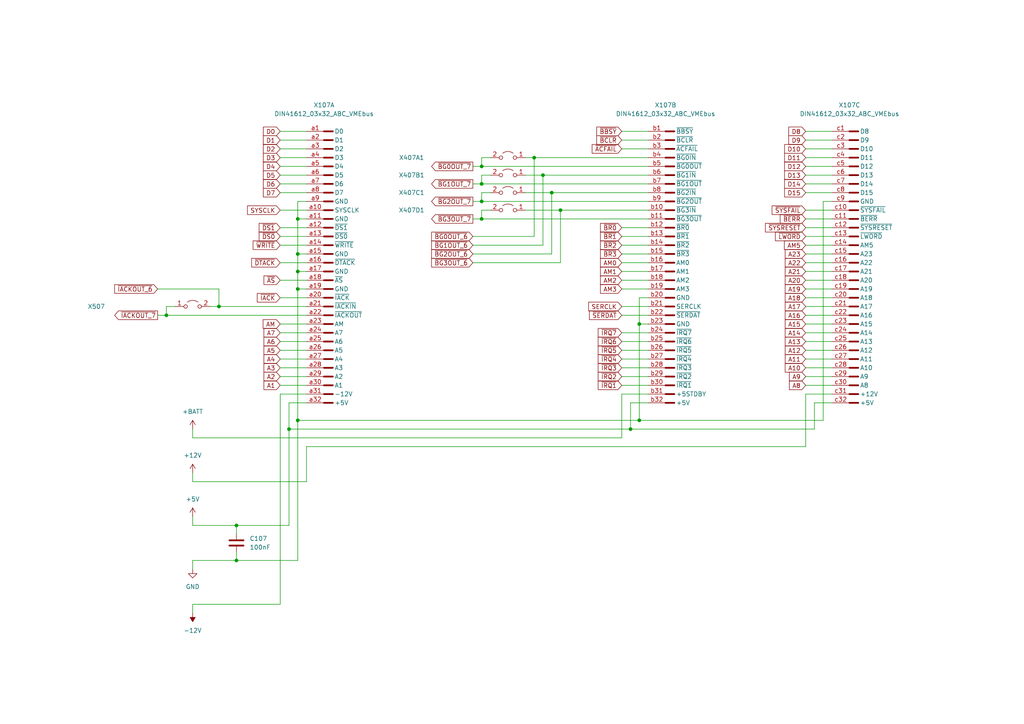
<source format=kicad_sch>
(kicad_sch (version 20211123) (generator eeschema)
  (paper "A4")
  (title_block (title "SLOT 2") (date "2024-01-04") (rev "1") (company "TOM STOREY") (comment 1 "FREE FOR NON-COMMERCIAL USE"))
  (lib_symbols
    (symbol "COMET symbols:C" (pin_numbers hide) (pin_names hide)
      (property "Reference" "C" (at 0 0 0))
      (property "Value" "C" (at 0 0 0))
      (symbol "C_0_1"
        (polyline (pts (xy -2.032 -0.762) (xy 2.032 -0.762)) (stroke (width 0.508)))
        (polyline (pts (xy -2.032 0.762) (xy 2.032 0.762)) (stroke (width 0.508)))
      )
      (symbol "C_1_1"
        (pin passive line (at 0 2.54 270) (length 1.524) (name "~") (number "1"))
        (pin passive line (at 0 -2.54 90) (length 1.524) (name "~") (number "2"))
      )
    )
    (symbol "COMET symbols:DIN41612_03x32_ABC_VMEbus" (pin_names (offset 3.048))
      (property "Reference" "X1" (at -20.32 45.72 0))
      (property "Value" "DIN41612_03x32_ABC_VMEbus" (at -20.32 43.18 0))
      (symbol "DIN41612_03x32_ABC_VMEbus_1_1"
        (polyline (pts (xy 0 -40.64) (xy 2.54 -40.64)) (stroke (width 0.508)))
        (polyline (pts (xy 0 -38.1) (xy 2.54 -38.1)) (stroke (width 0.508)))
        (polyline (pts (xy 0 -35.56) (xy 2.54 -35.56)) (stroke (width 0.508)))
        (polyline (pts (xy 0 -33.02) (xy 2.54 -33.02)) (stroke (width 0.508)))
        (polyline (pts (xy 0 -30.48) (xy 2.54 -30.48)) (stroke (width 0.508)))
        (polyline (pts (xy 0 -27.94) (xy 2.54 -27.94)) (stroke (width 0.508)))
        (polyline (pts (xy 0 -25.4) (xy 2.54 -25.4)) (stroke (width 0.508)))
        (polyline (pts (xy 0 -22.86) (xy 2.54 -22.86)) (stroke (width 0.508)))
        (polyline (pts (xy 0 -20.32) (xy 2.54 -20.32)) (stroke (width 0.508)))
        (polyline (pts (xy 0 -17.78) (xy 2.54 -17.78)) (stroke (width 0.508)))
        (polyline (pts (xy 0 -15.24) (xy 2.54 -15.24)) (stroke (width 0.508)))
        (polyline (pts (xy 0 -12.7) (xy 2.54 -12.7)) (stroke (width 0.508)))
        (polyline (pts (xy 0 -10.16) (xy 2.54 -10.16)) (stroke (width 0.508)))
        (polyline (pts (xy 0 -7.62) (xy 2.54 -7.62)) (stroke (width 0.508)))
        (polyline (pts (xy 0 -5.08) (xy 2.54 -5.08)) (stroke (width 0.508)))
        (polyline (pts (xy 0 -2.54) (xy 2.54 -2.54)) (stroke (width 0.508)))
        (polyline (pts (xy 0 0) (xy 2.54 0)) (stroke (width 0.508)))
        (polyline (pts (xy 0 2.54) (xy 2.54 2.54)) (stroke (width 0.508)))
        (polyline (pts (xy 0 5.08) (xy 2.54 5.08)) (stroke (width 0.508)))
        (polyline (pts (xy 0 7.62) (xy 2.54 7.62)) (stroke (width 0.508)))
        (polyline (pts (xy 0 10.16) (xy 2.54 10.16)) (stroke (width 0.508)))
        (polyline (pts (xy 0 12.7) (xy 2.54 12.7)) (stroke (width 0.508)))
        (polyline (pts (xy 0 15.24) (xy 2.54 15.24)) (stroke (width 0.508)))
        (polyline (pts (xy 0 17.78) (xy 2.54 17.78)) (stroke (width 0.508)))
        (polyline (pts (xy 0 20.32) (xy 2.54 20.32)) (stroke (width 0.508)))
        (polyline (pts (xy 0 22.86) (xy 2.54 22.86)) (stroke (width 0.508)))
        (polyline (pts (xy 0 25.4) (xy 2.54 25.4)) (stroke (width 0.508)))
        (polyline (pts (xy 0 27.94) (xy 2.54 27.94)) (stroke (width 0.508)))
        (polyline (pts (xy 0 30.48) (xy 2.54 30.48)) (stroke (width 0.508)))
        (polyline (pts (xy 0 33.02) (xy 2.54 33.02)) (stroke (width 0.508)))
        (polyline (pts (xy 0 35.56) (xy 2.54 35.56)) (stroke (width 0.508)))
        (polyline (pts (xy 0 38.1) (xy 2.54 38.1)) (stroke (width 0.508)))
        (pin passive line (at -5.08 38.1 0) (length 5.08) (name "D0") (number "a1"))
        (pin passive line (at -5.08 15.24 0) (length 5.08) (name "SYSCLK") (number "a10"))
        (pin passive line (at -5.08 12.7 0) (length 5.08) (name "GND") (number "a11"))
        (pin passive line (at -5.08 10.16 0) (length 5.08) (name "~{DS1}") (number "a12"))
        (pin passive line (at -5.08 7.62 0) (length 5.08) (name "~{DS0}") (number "a13"))
        (pin passive line (at -5.08 5.08 0) (length 5.08) (name "~{WRITE}") (number "a14"))
        (pin passive line (at -5.08 2.54 0) (length 5.08) (name "GND") (number "a15"))
        (pin passive line (at -5.08 0 0) (length 5.08) (name "~{DTACK}") (number "a16"))
        (pin passive line (at -5.08 -2.54 0) (length 5.08) (name "GND") (number "a17"))
        (pin passive line (at -5.08 -5.08 0) (length 5.08) (name "~{AS}") (number "a18"))
        (pin passive line (at -5.08 -7.62 0) (length 5.08) (name "GND") (number "a19"))
        (pin passive line (at -5.08 35.56 0) (length 5.08) (name "D1") (number "a2"))
        (pin passive line (at -5.08 -10.16 0) (length 5.08) (name "~{IACK}") (number "a20"))
        (pin passive line (at -5.08 -12.7 0) (length 5.08) (name "~{IACKIN}") (number "a21"))
        (pin passive line (at -5.08 -15.24 0) (length 5.08) (name "~{IACKOUT}") (number "a22"))
        (pin passive line (at -5.08 -17.78 0) (length 5.08) (name "AM") (number "a23"))
        (pin passive line (at -5.08 -20.32 0) (length 5.08) (name "A7") (number "a24"))
        (pin passive line (at -5.08 -22.86 0) (length 5.08) (name "A6") (number "a25"))
        (pin passive line (at -5.08 -25.4 0) (length 5.08) (name "A5") (number "a26"))
        (pin passive line (at -5.08 -27.94 0) (length 5.08) (name "A4") (number "a27"))
        (pin passive line (at -5.08 -30.48 0) (length 5.08) (name "A3") (number "a28"))
        (pin passive line (at -5.08 -33.02 0) (length 5.08) (name "A2") (number "a29"))
        (pin passive line (at -5.08 33.02 0) (length 5.08) (name "D2") (number "a3"))
        (pin passive line (at -5.08 -35.56 0) (length 5.08) (name "A1") (number "a30"))
        (pin passive line (at -5.08 -38.1 0) (length 5.08) (name "-12V") (number "a31"))
        (pin passive line (at -5.08 -40.64 0) (length 5.08) (name "+5V") (number "a32"))
        (pin passive line (at -5.08 30.48 0) (length 5.08) (name "D3") (number "a4"))
        (pin passive line (at -5.08 27.94 0) (length 5.08) (name "D4") (number "a5"))
        (pin passive line (at -5.08 25.4 0) (length 5.08) (name "D5") (number "a6"))
        (pin passive line (at -5.08 22.86 0) (length 5.08) (name "D6") (number "a7"))
        (pin passive line (at -5.08 20.32 0) (length 5.08) (name "D7") (number "a8"))
        (pin passive line (at -5.08 17.78 0) (length 5.08) (name "GND") (number "a9"))
      )
      (symbol "DIN41612_03x32_ABC_VMEbus_2_1"
        (polyline (pts (xy 0 -40.64) (xy 2.54 -40.64)) (stroke (width 0.508)))
        (polyline (pts (xy 0 -38.1) (xy 2.54 -38.1)) (stroke (width 0.508)))
        (polyline (pts (xy 0 -35.56) (xy 2.54 -35.56)) (stroke (width 0.508)))
        (polyline (pts (xy 0 -33.02) (xy 2.54 -33.02)) (stroke (width 0.508)))
        (polyline (pts (xy 0 -30.48) (xy 2.54 -30.48)) (stroke (width 0.508)))
        (polyline (pts (xy 0 -27.94) (xy 2.54 -27.94)) (stroke (width 0.508)))
        (polyline (pts (xy 0 -25.4) (xy 2.54 -25.4)) (stroke (width 0.508)))
        (polyline (pts (xy 0 -22.86) (xy 2.54 -22.86)) (stroke (width 0.508)))
        (polyline (pts (xy 0 -20.32) (xy 2.54 -20.32)) (stroke (width 0.508)))
        (polyline (pts (xy 0 -17.78) (xy 2.54 -17.78)) (stroke (width 0.508)))
        (polyline (pts (xy 0 -15.24) (xy 2.54 -15.24)) (stroke (width 0.508)))
        (polyline (pts (xy 0 -12.7) (xy 2.54 -12.7)) (stroke (width 0.508)))
        (polyline (pts (xy 0 -10.16) (xy 2.54 -10.16)) (stroke (width 0.508)))
        (polyline (pts (xy 0 -7.62) (xy 2.54 -7.62)) (stroke (width 0.508)))
        (polyline (pts (xy 0 -5.08) (xy 2.54 -5.08)) (stroke (width 0.508)))
        (polyline (pts (xy 0 -2.54) (xy 2.54 -2.54)) (stroke (width 0.508)))
        (polyline (pts (xy 0 0) (xy 2.54 0)) (stroke (width 0.508)))
        (polyline (pts (xy 0 2.54) (xy 2.54 2.54)) (stroke (width 0.508)))
        (polyline (pts (xy 0 5.08) (xy 2.54 5.08)) (stroke (width 0.508)))
        (polyline (pts (xy 0 7.62) (xy 2.54 7.62)) (stroke (width 0.508)))
        (polyline (pts (xy 0 10.16) (xy 2.54 10.16)) (stroke (width 0.508)))
        (polyline (pts (xy 0 12.7) (xy 2.54 12.7)) (stroke (width 0.508)))
        (polyline (pts (xy 0 15.24) (xy 2.54 15.24)) (stroke (width 0.508)))
        (polyline (pts (xy 0 17.78) (xy 2.54 17.78)) (stroke (width 0.508)))
        (polyline (pts (xy 0 20.32) (xy 2.54 20.32)) (stroke (width 0.508)))
        (polyline (pts (xy 0 22.86) (xy 2.54 22.86)) (stroke (width 0.508)))
        (polyline (pts (xy 0 25.4) (xy 2.54 25.4)) (stroke (width 0.508)))
        (polyline (pts (xy 0 27.94) (xy 2.54 27.94)) (stroke (width 0.508)))
        (polyline (pts (xy 0 30.48) (xy 2.54 30.48)) (stroke (width 0.508)))
        (polyline (pts (xy 0 33.02) (xy 2.54 33.02)) (stroke (width 0.508)))
        (polyline (pts (xy 0 35.56) (xy 2.54 35.56)) (stroke (width 0.508)))
        (polyline (pts (xy 0 38.1) (xy 2.54 38.1)) (stroke (width 0.508)))
        (pin passive line (at -5.08 38.1 0) (length 5.08) (name "~{BBSY}") (number "b1"))
        (pin passive line (at -5.08 15.24 0) (length 5.08) (name "~{BG3IN}") (number "b10"))
        (pin passive line (at -5.08 12.7 0) (length 5.08) (name "~{BG3OUT}") (number "b11"))
        (pin passive line (at -5.08 10.16 0) (length 5.08) (name "~{BR0}") (number "b12"))
        (pin passive line (at -5.08 7.62 0) (length 5.08) (name "~{BR1}") (number "b13"))
        (pin passive line (at -5.08 5.08 0) (length 5.08) (name "~{BR2}") (number "b14"))
        (pin passive line (at -5.08 2.54 0) (length 5.08) (name "~{BR3}") (number "b15"))
        (pin passive line (at -5.08 0 0) (length 5.08) (name "AM0") (number "b16"))
        (pin passive line (at -5.08 -2.54 0) (length 5.08) (name "AM1") (number "b17"))
        (pin passive line (at -5.08 -5.08 0) (length 5.08) (name "AM2") (number "b18"))
        (pin passive line (at -5.08 -7.62 0) (length 5.08) (name "AM3") (number "b19"))
        (pin passive line (at -5.08 35.56 0) (length 5.08) (name "~{BCLR}") (number "b2"))
        (pin passive line (at -5.08 -10.16 0) (length 5.08) (name "GND") (number "b20"))
        (pin passive line (at -5.08 -12.7 0) (length 5.08) (name "SERCLK") (number "b21"))
        (pin passive line (at -5.08 -15.24 0) (length 5.08) (name "~{SERDAT}") (number "b22"))
        (pin passive line (at -5.08 -17.78 0) (length 5.08) (name "GND") (number "b23"))
        (pin passive line (at -5.08 -20.32 0) (length 5.08) (name "~{IRQ7}") (number "b24"))
        (pin passive line (at -5.08 -22.86 0) (length 5.08) (name "~{IRQ6}") (number "b25"))
        (pin passive line (at -5.08 -25.4 0) (length 5.08) (name "~{IRQ5}") (number "b26"))
        (pin passive line (at -5.08 -27.94 0) (length 5.08) (name "~{IRQ4}") (number "b27"))
        (pin passive line (at -5.08 -30.48 0) (length 5.08) (name "~{IRQ3}") (number "b28"))
        (pin passive line (at -5.08 -33.02 0) (length 5.08) (name "~{IRQ2}") (number "b29"))
        (pin passive line (at -5.08 33.02 0) (length 5.08) (name "~{ACFAIL}") (number "b3"))
        (pin passive line (at -5.08 -35.56 0) (length 5.08) (name "~{IRQ1}") (number "b30"))
        (pin passive line (at -5.08 -38.1 0) (length 5.08) (name "+5STDBY") (number "b31"))
        (pin passive line (at -5.08 -40.64 0) (length 5.08) (name "+5V") (number "b32"))
        (pin passive line (at -5.08 30.48 0) (length 5.08) (name "~{BG0IN}") (number "b4"))
        (pin passive line (at -5.08 27.94 0) (length 5.08) (name "~{BG0OUT}") (number "b5"))
        (pin passive line (at -5.08 25.4 0) (length 5.08) (name "~{BG1IN}") (number "b6"))
        (pin passive line (at -5.08 22.86 0) (length 5.08) (name "~{BG1OUT}") (number "b7"))
        (pin passive line (at -5.08 20.32 0) (length 5.08) (name "~{BG2IN}") (number "b8"))
        (pin passive line (at -5.08 17.78 0) (length 5.08) (name "~{BG2OUT}") (number "b9"))
      )
      (symbol "DIN41612_03x32_ABC_VMEbus_3_1"
        (polyline (pts (xy 0 -40.64) (xy 2.54 -40.64)) (stroke (width 0.508)))
        (polyline (pts (xy 0 -38.1) (xy 2.54 -38.1)) (stroke (width 0.508)))
        (polyline (pts (xy 0 -35.56) (xy 2.54 -35.56)) (stroke (width 0.508)))
        (polyline (pts (xy 0 -33.02) (xy 2.54 -33.02)) (stroke (width 0.508)))
        (polyline (pts (xy 0 -30.48) (xy 2.54 -30.48)) (stroke (width 0.508)))
        (polyline (pts (xy 0 -27.94) (xy 2.54 -27.94)) (stroke (width 0.508)))
        (polyline (pts (xy 0 -25.4) (xy 2.54 -25.4)) (stroke (width 0.508)))
        (polyline (pts (xy 0 -22.86) (xy 2.54 -22.86)) (stroke (width 0.508)))
        (polyline (pts (xy 0 -20.32) (xy 2.54 -20.32)) (stroke (width 0.508)))
        (polyline (pts (xy 0 -17.78) (xy 2.54 -17.78)) (stroke (width 0.508)))
        (polyline (pts (xy 0 -15.24) (xy 2.54 -15.24)) (stroke (width 0.508)))
        (polyline (pts (xy 0 -12.7) (xy 2.54 -12.7)) (stroke (width 0.508)))
        (polyline (pts (xy 0 -10.16) (xy 2.54 -10.16)) (stroke (width 0.508)))
        (polyline (pts (xy 0 -7.62) (xy 2.54 -7.62)) (stroke (width 0.508)))
        (polyline (pts (xy 0 -5.08) (xy 2.54 -5.08)) (stroke (width 0.508)))
        (polyline (pts (xy 0 -2.54) (xy 2.54 -2.54)) (stroke (width 0.508)))
        (polyline (pts (xy 0 0) (xy 2.54 0)) (stroke (width 0.508)))
        (polyline (pts (xy 0 2.54) (xy 2.54 2.54)) (stroke (width 0.508)))
        (polyline (pts (xy 0 5.08) (xy 2.54 5.08)) (stroke (width 0.508)))
        (polyline (pts (xy 0 7.62) (xy 2.54 7.62)) (stroke (width 0.508)))
        (polyline (pts (xy 0 10.16) (xy 2.54 10.16)) (stroke (width 0.508)))
        (polyline (pts (xy 0 12.7) (xy 2.54 12.7)) (stroke (width 0.508)))
        (polyline (pts (xy 0 15.24) (xy 2.54 15.24)) (stroke (width 0.508)))
        (polyline (pts (xy 0 17.78) (xy 2.54 17.78)) (stroke (width 0.508)))
        (polyline (pts (xy 0 20.32) (xy 2.54 20.32)) (stroke (width 0.508)))
        (polyline (pts (xy 0 22.86) (xy 2.54 22.86)) (stroke (width 0.508)))
        (polyline (pts (xy 0 25.4) (xy 2.54 25.4)) (stroke (width 0.508)))
        (polyline (pts (xy 0 27.94) (xy 2.54 27.94)) (stroke (width 0.508)))
        (polyline (pts (xy 0 30.48) (xy 2.54 30.48)) (stroke (width 0.508)))
        (polyline (pts (xy 0 33.02) (xy 2.54 33.02)) (stroke (width 0.508)))
        (polyline (pts (xy 0 35.56) (xy 2.54 35.56)) (stroke (width 0.508)))
        (polyline (pts (xy 0 38.1) (xy 2.54 38.1)) (stroke (width 0.508)))
        (pin passive line (at -5.08 38.1 0) (length 5.08) (name "D8") (number "c1"))
        (pin passive line (at -5.08 15.24 0) (length 5.08) (name "~{SYSFAIL}") (number "c10"))
        (pin passive line (at -5.08 12.7 0) (length 5.08) (name "~{BERR}") (number "c11"))
        (pin passive line (at -5.08 10.16 0) (length 5.08) (name "~{SYSRESET}") (number "c12"))
        (pin passive line (at -5.08 7.62 0) (length 5.08) (name "~{LWORD}") (number "c13"))
        (pin passive line (at -5.08 5.08 0) (length 5.08) (name "AM5") (number "c14"))
        (pin passive line (at -5.08 2.54 0) (length 5.08) (name "A23") (number "c15"))
        (pin passive line (at -5.08 0 0) (length 5.08) (name "A22") (number "c16"))
        (pin passive line (at -5.08 -2.54 0) (length 5.08) (name "A21") (number "c17"))
        (pin passive line (at -5.08 -5.08 0) (length 5.08) (name "A20") (number "c18"))
        (pin passive line (at -5.08 -7.62 0) (length 5.08) (name "A19") (number "c19"))
        (pin passive line (at -5.08 35.56 0) (length 5.08) (name "D9") (number "c2"))
        (pin passive line (at -5.08 -10.16 0) (length 5.08) (name "A18") (number "c20"))
        (pin passive line (at -5.08 -12.7 0) (length 5.08) (name "A17") (number "c21"))
        (pin passive line (at -5.08 -15.24 0) (length 5.08) (name "A16") (number "c22"))
        (pin passive line (at -5.08 -17.78 0) (length 5.08) (name "A15") (number "c23"))
        (pin passive line (at -5.08 -20.32 0) (length 5.08) (name "A14") (number "c24"))
        (pin passive line (at -5.08 -22.86 0) (length 5.08) (name "A13") (number "c25"))
        (pin passive line (at -5.08 -25.4 0) (length 5.08) (name "A12") (number "c26"))
        (pin passive line (at -5.08 -27.94 0) (length 5.08) (name "A11") (number "c27"))
        (pin passive line (at -5.08 -30.48 0) (length 5.08) (name "A10") (number "c28"))
        (pin passive line (at -5.08 -33.02 0) (length 5.08) (name "A9") (number "c29"))
        (pin passive line (at -5.08 33.02 0) (length 5.08) (name "D10") (number "c3"))
        (pin passive line (at -5.08 -35.56 0) (length 5.08) (name "A8") (number "c30"))
        (pin passive line (at -5.08 -38.1 0) (length 5.08) (name "+12V") (number "c31"))
        (pin passive line (at -5.08 -40.64 0) (length 5.08) (name "+5V") (number "c32"))
        (pin passive line (at -5.08 30.48 0) (length 5.08) (name "D11") (number "c4"))
        (pin passive line (at -5.08 27.94 0) (length 5.08) (name "D12") (number "c5"))
        (pin passive line (at -5.08 25.4 0) (length 5.08) (name "D13") (number "c6"))
        (pin passive line (at -5.08 22.86 0) (length 5.08) (name "D14") (number "c7"))
        (pin passive line (at -5.08 20.32 0) (length 5.08) (name "D15") (number "c8"))
        (pin passive line (at -5.08 17.78 0) (length 5.08) (name "GND") (number "c9"))
      )
    )
    (symbol "Jumper:Jumper_2_Open" (pin_names (offset 0) hide)
      (property "Reference" "JP" (at 0 2.794 0))
      (property "Value" "Jumper_2_Open" (at 0 -2.286 0))
      (symbol "Jumper_2_Open_0_0"
        (circle (center -2.032 0) (radius 0.508))
        (circle (center 2.032 0) (radius 0.508))
      )
      (symbol "Jumper_2_Open_0_1"
        (arc (start 1.524 1.27) (mid 0 1.778) (end -1.524 1.27))
      )
      (symbol "Jumper_2_Open_1_1"
        (pin passive line (at -5.08 0 0) (length 2.54) (name "A") (number "1"))
        (pin passive line (at 5.08 0 180) (length 2.54) (name "B") (number "2"))
      )
    )
    (symbol "power:+12V" (power) (pin_names (offset 0))
      (property "Value" "+12V" (at 0 3.556 0))
      (symbol "+12V_0_1"
        (polyline (pts (xy -0.762 1.27) (xy 0 2.54)))
        (polyline (pts (xy 0 0) (xy 0 2.54)))
        (polyline (pts (xy 0 2.54) (xy 0.762 1.27)))
      )
      (symbol "+12V_1_1"
        (pin power_in line (at 0 0 90) (length 0) hide (name "+12V") (number "1"))
      )
    )
    (symbol "power:+5V" (power) (pin_names (offset 0))
      (property "Value" "+5V" (at 0 3.556 0))
      (symbol "+5V_0_1"
        (polyline (pts (xy -0.762 1.27) (xy 0 2.54)))
        (polyline (pts (xy 0 0) (xy 0 2.54)))
        (polyline (pts (xy 0 2.54) (xy 0.762 1.27)))
      )
      (symbol "+5V_1_1"
        (pin power_in line (at 0 0 90) (length 0) hide (name "+5V") (number "1"))
      )
    )
    (symbol "power:+BATT" (power) (pin_names (offset 0))
      (property "Value" "+BATT" (at 0 3.556 0))
      (symbol "+BATT_0_1"
        (polyline (pts (xy -0.762 1.27) (xy 0 2.54)))
        (polyline (pts (xy 0 0) (xy 0 2.54)))
        (polyline (pts (xy 0 2.54) (xy 0.762 1.27)))
      )
      (symbol "+BATT_1_1"
        (pin power_in line (at 0 0 90) (length 0) hide (name "+BATT") (number "1"))
      )
    )
    (symbol "power:-12V" (power) (pin_names (offset 0))
      (property "Value" "-12V" (at 0 3.81 0))
      (symbol "-12V_0_0"
        (pin power_in line (at 0 0 90) (length 0) hide (name "-12V") (number "1"))
      )
      (symbol "-12V_0_1"
        (polyline (pts (xy 0 0) (xy 0 1.27) (xy 0.762 1.27) (xy 0 2.54) (xy -0.762 1.27) (xy 0 1.27)) (fill (type outline)))
      )
    )
    (symbol "power:GND" (power) (pin_names (offset 0))
      (property "Value" "GND" (at 0 -3.81 0))
      (symbol "GND_0_1"
        (polyline (pts (xy 0 0) (xy 0 -1.27) (xy 1.27 -1.27) (xy 0 -2.54) (xy -1.27 -1.27) (xy 0 -1.27)))
      )
      (symbol "GND_1_1"
        (pin power_in line (at 0 0 270) (length 0) hide (name "GND") (number "1"))
      )
    )
  )
  (junction (at 157.48 50.8))
  (junction (at 63.5 88.9))
  (junction (at 86.36 83.82))
  (junction (at 139.7 58.42))
  (junction (at 139.7 63.5))
  (junction (at 86.36 63.5))
  (junction (at 48.26 91.44))
  (junction (at 154.94 45.72))
  (junction (at 139.7 53.34))
  (junction (at 86.36 78.74))
  (junction (at 139.7 48.26))
  (junction (at 185.42 93.98))
  (junction (at 185.42 121.92))
  (junction (at 83.82 124.46))
  (junction (at 160.02 55.88))
  (junction (at 162.56 60.96))
  (junction (at 86.36 73.66))
  (junction (at 68.58 152.4))
  (junction (at 182.88 124.46))
  (junction (at 68.58 162.56))
  (junction (at 86.36 121.92))
  (wire (pts (xy 238.76 58.42) (xy 238.76 121.92)))
  (wire (pts (xy 137.16 73.66) (xy 160.02 73.66)))
  (wire (pts (xy 152.4 50.8) (xy 157.48 50.8)))
  (wire (pts (xy 180.34 83.82) (xy 187.96 83.82)))
  (wire (pts (xy 233.68 106.68) (xy 241.3 106.68)))
  (wire (pts (xy 81.28 60.96) (xy 88.9 60.96)))
  (wire (pts (xy 180.34 43.18) (xy 187.96 43.18)))
  (wire (pts (xy 68.58 160.02) (xy 68.58 162.56)))
  (wire (pts (xy 137.16 53.34) (xy 139.7 53.34)))
  (wire (pts (xy 233.68 55.88) (xy 241.3 55.88)))
  (wire (pts (xy 233.68 91.44) (xy 241.3 91.44)))
  (wire (pts (xy 86.36 78.74) (xy 88.9 78.74)))
  (wire (pts (xy 81.28 106.68) (xy 88.9 106.68)))
  (wire (pts (xy 137.16 63.5) (xy 139.7 63.5)))
  (wire (pts (xy 233.68 71.12) (xy 241.3 71.12)))
  (wire (pts (xy 180.34 127) (xy 180.34 114.3)))
  (wire (pts (xy 233.68 114.3) (xy 241.3 114.3)))
  (wire (pts (xy 139.7 45.72) (xy 139.7 48.26)))
  (wire (pts (xy 81.28 50.8) (xy 88.9 50.8)))
  (wire (pts (xy 233.68 86.36) (xy 241.3 86.36)))
  (wire (pts (xy 86.36 121.92) (xy 185.42 121.92)))
  (wire (pts (xy 157.48 50.8) (xy 157.48 71.12)))
  (wire (pts (xy 60.96 88.9) (xy 63.5 88.9)))
  (wire (pts (xy 55.88 177.8) (xy 55.88 175.26)))
  (wire (pts (xy 182.88 116.84) (xy 182.88 124.46)))
  (wire (pts (xy 185.42 86.36) (xy 185.42 93.98)))
  (wire (pts (xy 81.28 93.98) (xy 88.9 93.98)))
  (wire (pts (xy 55.88 139.7) (xy 88.9 139.7)))
  (wire (pts (xy 182.88 124.46) (xy 236.22 124.46)))
  (wire (pts (xy 236.22 116.84) (xy 241.3 116.84)))
  (wire (pts (xy 180.34 71.12) (xy 187.96 71.12)))
  (wire (pts (xy 233.68 38.1) (xy 241.3 38.1)))
  (wire (pts (xy 233.68 53.34) (xy 241.3 53.34)))
  (wire (pts (xy 55.88 149.86) (xy 55.88 152.4)))
  (wire (pts (xy 185.42 93.98) (xy 187.96 93.98)))
  (wire (pts (xy 86.36 78.74) (xy 86.36 83.82)))
  (wire (pts (xy 81.28 66.04) (xy 88.9 66.04)))
  (wire (pts (xy 180.34 111.76) (xy 187.96 111.76)))
  (wire (pts (xy 233.68 104.14) (xy 241.3 104.14)))
  (wire (pts (xy 180.34 96.52) (xy 187.96 96.52)))
  (wire (pts (xy 180.34 88.9) (xy 187.96 88.9)))
  (wire (pts (xy 55.88 175.26) (xy 81.28 175.26)))
  (wire (pts (xy 139.7 60.96) (xy 142.24 60.96)))
  (wire (pts (xy 162.56 60.96) (xy 162.56 76.2)))
  (wire (pts (xy 139.7 58.42) (xy 187.96 58.42)))
  (wire (pts (xy 187.96 116.84) (xy 182.88 116.84)))
  (wire (pts (xy 55.88 137.16) (xy 55.88 139.7)))
  (wire (pts (xy 81.28 38.1) (xy 88.9 38.1)))
  (wire (pts (xy 81.28 86.36) (xy 88.9 86.36)))
  (wire (pts (xy 86.36 58.42) (xy 86.36 63.5)))
  (wire (pts (xy 160.02 55.88) (xy 160.02 73.66)))
  (wire (pts (xy 83.82 152.4) (xy 83.82 124.46)))
  (wire (pts (xy 55.88 124.46) (xy 55.88 127)))
  (wire (pts (xy 139.7 60.96) (xy 139.7 63.5)))
  (wire (pts (xy 180.34 40.64) (xy 187.96 40.64)))
  (wire (pts (xy 81.28 81.28) (xy 88.9 81.28)))
  (wire (pts (xy 142.24 55.88) (xy 139.7 55.88)))
  (wire (pts (xy 180.34 73.66) (xy 187.96 73.66)))
  (wire (pts (xy 233.68 68.58) (xy 241.3 68.58)))
  (wire (pts (xy 233.68 99.06) (xy 241.3 99.06)))
  (wire (pts (xy 233.68 101.6) (xy 241.3 101.6)))
  (wire (pts (xy 233.68 48.26) (xy 241.3 48.26)))
  (wire (pts (xy 160.02 55.88) (xy 187.96 55.88)))
  (wire (pts (xy 233.68 129.54) (xy 233.68 114.3)))
  (wire (pts (xy 81.28 43.18) (xy 88.9 43.18)))
  (wire (pts (xy 81.28 76.2) (xy 88.9 76.2)))
  (wire (pts (xy 86.36 83.82) (xy 86.36 121.92)))
  (wire (pts (xy 180.34 104.14) (xy 187.96 104.14)))
  (wire (pts (xy 152.4 45.72) (xy 154.94 45.72)))
  (wire (pts (xy 86.36 63.5) (xy 86.36 73.66)))
  (wire (pts (xy 180.34 68.58) (xy 187.96 68.58)))
  (wire (pts (xy 180.34 76.2) (xy 187.96 76.2)))
  (wire (pts (xy 142.24 50.8) (xy 139.7 50.8)))
  (wire (pts (xy 139.7 55.88) (xy 139.7 58.42)))
  (wire (pts (xy 233.68 88.9) (xy 241.3 88.9)))
  (wire (pts (xy 68.58 152.4) (xy 68.58 154.94)))
  (wire (pts (xy 152.4 55.88) (xy 160.02 55.88)))
  (wire (pts (xy 139.7 63.5) (xy 187.96 63.5)))
  (wire (pts (xy 83.82 124.46) (xy 182.88 124.46)))
  (wire (pts (xy 55.88 152.4) (xy 68.58 152.4)))
  (wire (pts (xy 81.28 48.26) (xy 88.9 48.26)))
  (wire (pts (xy 233.68 81.28) (xy 241.3 81.28)))
  (wire (pts (xy 88.9 116.84) (xy 83.82 116.84)))
  (wire (pts (xy 81.28 45.72) (xy 88.9 45.72)))
  (wire (pts (xy 63.5 88.9) (xy 63.5 83.82)))
  (wire (pts (xy 68.58 162.56) (xy 55.88 162.56)))
  (wire (pts (xy 233.68 43.18) (xy 241.3 43.18)))
  (wire (pts (xy 233.68 50.8) (xy 241.3 50.8)))
  (wire (pts (xy 233.68 45.72) (xy 241.3 45.72)))
  (wire (pts (xy 81.28 175.26) (xy 81.28 114.3)))
  (wire (pts (xy 180.34 91.44) (xy 187.96 91.44)))
  (wire (pts (xy 180.34 106.68) (xy 187.96 106.68)))
  (wire (pts (xy 83.82 116.84) (xy 83.82 124.46)))
  (wire (pts (xy 88.9 129.54) (xy 88.9 139.7)))
  (wire (pts (xy 86.36 73.66) (xy 88.9 73.66)))
  (wire (pts (xy 81.28 101.6) (xy 88.9 101.6)))
  (wire (pts (xy 48.26 91.44) (xy 88.9 91.44)))
  (wire (pts (xy 233.68 76.2) (xy 241.3 76.2)))
  (wire (pts (xy 68.58 152.4) (xy 83.82 152.4)))
  (wire (pts (xy 139.7 50.8) (xy 139.7 53.34)))
  (wire (pts (xy 142.24 45.72) (xy 139.7 45.72)))
  (wire (pts (xy 137.16 71.12) (xy 157.48 71.12)))
  (wire (pts (xy 86.36 162.56) (xy 68.58 162.56)))
  (wire (pts (xy 180.34 81.28) (xy 187.96 81.28)))
  (wire (pts (xy 241.3 58.42) (xy 238.76 58.42)))
  (wire (pts (xy 86.36 73.66) (xy 86.36 78.74)))
  (wire (pts (xy 81.28 104.14) (xy 88.9 104.14)))
  (wire (pts (xy 81.28 96.52) (xy 88.9 96.52)))
  (wire (pts (xy 139.7 53.34) (xy 187.96 53.34)))
  (wire (pts (xy 81.28 53.34) (xy 88.9 53.34)))
  (wire (pts (xy 180.34 66.04) (xy 187.96 66.04)))
  (wire (pts (xy 88.9 58.42) (xy 86.36 58.42)))
  (wire (pts (xy 55.88 162.56) (xy 55.88 165.1)))
  (wire (pts (xy 233.68 40.64) (xy 241.3 40.64)))
  (wire (pts (xy 180.34 109.22) (xy 187.96 109.22)))
  (wire (pts (xy 88.9 129.54) (xy 233.68 129.54)))
  (wire (pts (xy 233.68 78.74) (xy 241.3 78.74)))
  (wire (pts (xy 233.68 93.98) (xy 241.3 93.98)))
  (wire (pts (xy 180.34 101.6) (xy 187.96 101.6)))
  (wire (pts (xy 81.28 68.58) (xy 88.9 68.58)))
  (wire (pts (xy 45.72 91.44) (xy 48.26 91.44)))
  (wire (pts (xy 137.16 58.42) (xy 139.7 58.42)))
  (wire (pts (xy 81.28 40.64) (xy 88.9 40.64)))
  (wire (pts (xy 233.68 60.96) (xy 241.3 60.96)))
  (wire (pts (xy 233.68 96.52) (xy 241.3 96.52)))
  (wire (pts (xy 154.94 45.72) (xy 187.96 45.72)))
  (wire (pts (xy 152.4 60.96) (xy 162.56 60.96)))
  (wire (pts (xy 233.68 66.04) (xy 241.3 66.04)))
  (wire (pts (xy 81.28 114.3) (xy 88.9 114.3)))
  (wire (pts (xy 86.36 63.5) (xy 88.9 63.5)))
  (wire (pts (xy 81.28 111.76) (xy 88.9 111.76)))
  (wire (pts (xy 185.42 121.92) (xy 238.76 121.92)))
  (wire (pts (xy 233.68 63.5) (xy 241.3 63.5)))
  (wire (pts (xy 45.72 83.82) (xy 63.5 83.82)))
  (wire (pts (xy 233.68 111.76) (xy 241.3 111.76)))
  (wire (pts (xy 180.34 78.74) (xy 187.96 78.74)))
  (wire (pts (xy 233.68 83.82) (xy 241.3 83.82)))
  (wire (pts (xy 157.48 50.8) (xy 187.96 50.8)))
  (wire (pts (xy 139.7 48.26) (xy 187.96 48.26)))
  (wire (pts (xy 86.36 83.82) (xy 88.9 83.82)))
  (wire (pts (xy 236.22 124.46) (xy 236.22 116.84)))
  (wire (pts (xy 187.96 86.36) (xy 185.42 86.36)))
  (wire (pts (xy 55.88 127) (xy 180.34 127)))
  (wire (pts (xy 81.28 71.12) (xy 88.9 71.12)))
  (wire (pts (xy 63.5 88.9) (xy 88.9 88.9)))
  (wire (pts (xy 233.68 73.66) (xy 241.3 73.66)))
  (wire (pts (xy 233.68 109.22) (xy 241.3 109.22)))
  (wire (pts (xy 81.28 55.88) (xy 88.9 55.88)))
  (wire (pts (xy 81.28 99.06) (xy 88.9 99.06)))
  (wire (pts (xy 162.56 60.96) (xy 187.96 60.96)))
  (wire (pts (xy 50.8 88.9) (xy 48.26 88.9)))
  (wire (pts (xy 86.36 121.92) (xy 86.36 162.56)))
  (wire (pts (xy 137.16 68.58) (xy 154.94 68.58)))
  (wire (pts (xy 81.28 109.22) (xy 88.9 109.22)))
  (wire (pts (xy 180.34 99.06) (xy 187.96 99.06)))
  (wire (pts (xy 185.42 93.98) (xy 185.42 121.92)))
  (wire (pts (xy 180.34 114.3) (xy 187.96 114.3)))
  (wire (pts (xy 137.16 76.2) (xy 162.56 76.2)))
  (wire (pts (xy 137.16 48.26) (xy 139.7 48.26)))
  (wire (pts (xy 180.34 38.1) (xy 187.96 38.1)))
  (wire (pts (xy 154.94 45.72) (xy 154.94 68.58)))
  (wire (pts (xy 48.26 88.9) (xy 48.26 91.44)))
  (global_label "D13" (shape input) (at 233.68 50.8 180) (property "Intersheet References" "${INTERSHEET_REFS}" (effects hide)))
  (global_label "~{IRQ5}" (shape input) (at 180.34 101.6 180) (property "Intersheet References" "${INTERSHEET_REFS}" (effects hide)))
  (global_label "~{BG0OUT_6}" (shape input) (at 137.16 68.58 180) (property "Intersheet References" "${INTERSHEET_REFS}" (effects hide)))
  (global_label "~{IACK}" (shape input) (at 81.28 86.36 180) (property "Intersheet References" "${INTERSHEET_REFS}" (effects hide)))
  (global_label "~{IRQ7}" (shape input) (at 180.34 96.52 180) (property "Intersheet References" "${INTERSHEET_REFS}" (effects hide)))
  (global_label "A17" (shape input) (at 233.68 88.9 180) (property "Intersheet References" "${INTERSHEET_REFS}" (effects hide)))
  (global_label "AM1" (shape input) (at 180.34 78.74 180) (property "Intersheet References" "${INTERSHEET_REFS}" (effects hide)))
  (global_label "~{BERR}" (shape input) (at 233.68 63.5 180) (property "Intersheet References" "${INTERSHEET_REFS}" (effects hide)))
  (global_label "~{DS0}" (shape input) (at 81.28 68.58 180) (property "Intersheet References" "${INTERSHEET_REFS}" (effects hide)))
  (global_label "A3" (shape input) (at 81.28 106.68 180) (property "Intersheet References" "${INTERSHEET_REFS}" (effects hide)))
  (global_label "~{SERDAT}" (shape input) (at 180.34 91.44 180) (property "Intersheet References" "${INTERSHEET_REFS}" (effects hide)))
  (global_label "A16" (shape input) (at 233.68 91.44 180) (property "Intersheet References" "${INTERSHEET_REFS}" (effects hide)))
  (global_label "A12" (shape input) (at 233.68 101.6 180) (property "Intersheet References" "${INTERSHEET_REFS}" (effects hide)))
  (global_label "A6" (shape input) (at 81.28 99.06 180) (property "Intersheet References" "${INTERSHEET_REFS}" (effects hide)))
  (global_label "D4" (shape input) (at 81.28 48.26 180) (property "Intersheet References" "${INTERSHEET_REFS}" (effects hide)))
  (global_label "~{DS1}" (shape input) (at 81.28 66.04 180) (property "Intersheet References" "${INTERSHEET_REFS}" (effects hide)))
  (global_label "~{BR2}" (shape input) (at 180.34 71.12 180) (property "Intersheet References" "${INTERSHEET_REFS}" (effects hide)))
  (global_label "A10" (shape input) (at 233.68 106.68 180) (property "Intersheet References" "${INTERSHEET_REFS}" (effects hide)))
  (global_label "~{BG1OUT_6}" (shape input) (at 137.16 71.12 180) (property "Intersheet References" "${INTERSHEET_REFS}" (effects hide)))
  (global_label "~{DTACK}" (shape input) (at 81.28 76.2 180) (property "Intersheet References" "${INTERSHEET_REFS}" (effects hide)))
  (global_label "D15" (shape input) (at 233.68 55.88 180) (property "Intersheet References" "${INTERSHEET_REFS}" (effects hide)))
  (global_label "A15" (shape input) (at 233.68 93.98 180) (property "Intersheet References" "${INTERSHEET_REFS}" (effects hide)))
  (global_label "SERCLK" (shape input) (at 180.34 88.9 180) (property "Intersheet References" "${INTERSHEET_REFS}" (effects hide)))
  (global_label "D10" (shape input) (at 233.68 43.18 180) (property "Intersheet References" "${INTERSHEET_REFS}" (effects hide)))
  (global_label "D3" (shape input) (at 81.28 45.72 180) (property "Intersheet References" "${INTERSHEET_REFS}" (effects hide)))
  (global_label "~{BG1OUT_7}" (shape output) (at 137.16 53.34 180) (property "Intersheet References" "${INTERSHEET_REFS}" (effects hide)))
  (global_label "D8" (shape input) (at 233.68 38.1 180) (property "Intersheet References" "${INTERSHEET_REFS}" (effects hide)))
  (global_label "A2" (shape input) (at 81.28 109.22 180) (property "Intersheet References" "${INTERSHEET_REFS}" (effects hide)))
  (global_label "~{IRQ4}" (shape input) (at 180.34 104.14 180) (property "Intersheet References" "${INTERSHEET_REFS}" (effects hide)))
  (global_label "~{BG2OUT_6}" (shape input) (at 137.16 73.66 180) (property "Intersheet References" "${INTERSHEET_REFS}" (effects hide)))
  (global_label "~{SYSFAIL}" (shape input) (at 233.68 60.96 180) (property "Intersheet References" "${INTERSHEET_REFS}" (effects hide)))
  (global_label "~{BR0}" (shape input) (at 180.34 66.04 180) (property "Intersheet References" "${INTERSHEET_REFS}" (effects hide)))
  (global_label "~{LWORD}" (shape input) (at 233.68 68.58 180) (property "Intersheet References" "${INTERSHEET_REFS}" (effects hide)))
  (global_label "D6" (shape input) (at 81.28 53.34 180) (property "Intersheet References" "${INTERSHEET_REFS}" (effects hide)))
  (global_label "~{AS}" (shape input) (at 81.28 81.28 180) (property "Intersheet References" "${INTERSHEET_REFS}" (effects hide)))
  (global_label "A1" (shape input) (at 81.28 111.76 180) (property "Intersheet References" "${INTERSHEET_REFS}" (effects hide)))
  (global_label "A7" (shape input) (at 81.28 96.52 180) (property "Intersheet References" "${INTERSHEET_REFS}" (effects hide)))
  (global_label "D7" (shape input) (at 81.28 55.88 180) (property "Intersheet References" "${INTERSHEET_REFS}" (effects hide)))
  (global_label "A18" (shape input) (at 233.68 86.36 180) (property "Intersheet References" "${INTERSHEET_REFS}" (effects hide)))
  (global_label "A19" (shape input) (at 233.68 83.82 180) (property "Intersheet References" "${INTERSHEET_REFS}" (effects hide)))
  (global_label "A13" (shape input) (at 233.68 99.06 180) (property "Intersheet References" "${INTERSHEET_REFS}" (effects hide)))
  (global_label "A20" (shape input) (at 233.68 81.28 180) (property "Intersheet References" "${INTERSHEET_REFS}" (effects hide)))
  (global_label "~{BG2OUT_7}" (shape output) (at 137.16 58.42 180) (property "Intersheet References" "${INTERSHEET_REFS}" (effects hide)))
  (global_label "~{SYSRESET}" (shape input) (at 233.68 66.04 180) (property "Intersheet References" "${INTERSHEET_REFS}" (effects hide)))
  (global_label "A23" (shape input) (at 233.68 73.66 180) (property "Intersheet References" "${INTERSHEET_REFS}" (effects hide)))
  (global_label "D11" (shape input) (at 233.68 45.72 180) (property "Intersheet References" "${INTERSHEET_REFS}" (effects hide)))
  (global_label "~{BG3OUT_6}" (shape input) (at 137.16 76.2 180) (property "Intersheet References" "${INTERSHEET_REFS}" (effects hide)))
  (global_label "AM3" (shape input) (at 180.34 83.82 180) (property "Intersheet References" "${INTERSHEET_REFS}" (effects hide)))
  (global_label "~{BG0OUT_7}" (shape output) (at 137.16 48.26 180) (property "Intersheet References" "${INTERSHEET_REFS}" (effects hide)))
  (global_label "D9" (shape input) (at 233.68 40.64 180) (property "Intersheet References" "${INTERSHEET_REFS}" (effects hide)))
  (global_label "A8" (shape input) (at 233.68 111.76 180) (property "Intersheet References" "${INTERSHEET_REFS}" (effects hide)))
  (global_label "D5" (shape input) (at 81.28 50.8 180) (property "Intersheet References" "${INTERSHEET_REFS}" (effects hide)))
  (global_label "D2" (shape input) (at 81.28 43.18 180) (property "Intersheet References" "${INTERSHEET_REFS}" (effects hide)))
  (global_label "D12" (shape input) (at 233.68 48.26 180) (property "Intersheet References" "${INTERSHEET_REFS}" (effects hide)))
  (global_label "AM5" (shape input) (at 233.68 71.12 180) (property "Intersheet References" "${INTERSHEET_REFS}" (effects hide)))
  (global_label "AM0" (shape input) (at 180.34 76.2 180) (property "Intersheet References" "${INTERSHEET_REFS}" (effects hide)))
  (global_label "D0" (shape input) (at 81.28 38.1 180) (property "Intersheet References" "${INTERSHEET_REFS}" (effects hide)))
  (global_label "~{IRQ1}" (shape input) (at 180.34 111.76 180) (property "Intersheet References" "${INTERSHEET_REFS}" (effects hide)))
  (global_label "A5" (shape input) (at 81.28 101.6 180) (property "Intersheet References" "${INTERSHEET_REFS}" (effects hide)))
  (global_label "A21" (shape input) (at 233.68 78.74 180) (property "Intersheet References" "${INTERSHEET_REFS}" (effects hide)))
  (global_label "A22" (shape input) (at 233.68 76.2 180) (property "Intersheet References" "${INTERSHEET_REFS}" (effects hide)))
  (global_label "D14" (shape input) (at 233.68 53.34 180) (property "Intersheet References" "${INTERSHEET_REFS}" (effects hide)))
  (global_label "A4" (shape input) (at 81.28 104.14 180) (property "Intersheet References" "${INTERSHEET_REFS}" (effects hide)))
  (global_label "D1" (shape input) (at 81.28 40.64 180) (property "Intersheet References" "${INTERSHEET_REFS}" (effects hide)))
  (global_label "A9" (shape input) (at 233.68 109.22 180) (property "Intersheet References" "${INTERSHEET_REFS}" (effects hide)))
  (global_label "~{IRQ3}" (shape input) (at 180.34 106.68 180) (property "Intersheet References" "${INTERSHEET_REFS}" (effects hide)))
  (global_label "A14" (shape input) (at 233.68 96.52 180) (property "Intersheet References" "${INTERSHEET_REFS}" (effects hide)))
  (global_label "AM2" (shape input) (at 180.34 81.28 180) (property "Intersheet References" "${INTERSHEET_REFS}" (effects hide)))
  (global_label "~{BG3OUT_7}" (shape output) (at 137.16 63.5 180) (property "Intersheet References" "${INTERSHEET_REFS}" (effects hide)))
  (global_label "~{BBSY}" (shape input) (at 180.34 38.1 180) (property "Intersheet References" "${INTERSHEET_REFS}" (effects hide)))
  (global_label "~{IACKOUT_7}" (shape output) (at 45.72 91.44 180) (property "Intersheet References" "${INTERSHEET_REFS}" (effects hide)))
  (global_label "~{WRITE}" (shape input) (at 81.28 71.12 180) (property "Intersheet References" "${INTERSHEET_REFS}" (effects hide)))
  (global_label "~{BCLR}" (shape input) (at 180.34 40.64 180) (property "Intersheet References" "${INTERSHEET_REFS}" (effects hide)))
  (global_label "~{IACKOUT_6}" (shape input) (at 45.72 83.82 180) (property "Intersheet References" "${INTERSHEET_REFS}" (effects hide)))
  (global_label "A11" (shape input) (at 233.68 104.14 180) (property "Intersheet References" "${INTERSHEET_REFS}" (effects hide)))
  (global_label "~{BR1}" (shape input) (at 180.34 68.58 180) (property "Intersheet References" "${INTERSHEET_REFS}" (effects hide)))
  (global_label "~{ACFAIL}" (shape input) (at 180.34 43.18 180) (property "Intersheet References" "${INTERSHEET_REFS}" (effects hide)))
  (global_label "~{IRQ2}" (shape input) (at 180.34 109.22 180) (property "Intersheet References" "${INTERSHEET_REFS}" (effects hide)))
  (global_label "~{BR3}" (shape input) (at 180.34 73.66 180) (property "Intersheet References" "${INTERSHEET_REFS}" (effects hide)))
  (global_label "~{IRQ6}" (shape input) (at 180.34 99.06 180) (property "Intersheet References" "${INTERSHEET_REFS}" (effects hide)))
  (global_label "SYSCLK" (shape input) (at 81.28 60.96 180) (property "Intersheet References" "${INTERSHEET_REFS}" (effects hide)))
  (global_label "AM" (shape input) (at 81.28 93.98 180) (property "Intersheet References" "${INTERSHEET_REFS}" (effects hide)))
  (symbol (lib_id "Jumper:Jumper_2_Open") (at 147.32 50.8 0) (mirror y) (unit 1)
    (property "Reference" "X407B1" (at 119.38 50.8 0))
    (property "Value" "Jumper_2_Open" (effects hide))
    (property "Footprint" "Connector_PinHeader_2.54mm:PinHeader_1x02_P2.54mm_Vertical" (effects hide))
  )
  (symbol (lib_id "power:+12V") (at 55.88 137.16 0) (unit 1)
    (property "Reference" "#PWR0158" (effects hide))
    (property "Value" "+12V" (at 55.88 132.08 0))
  )
  (symbol (lib_id "power:+5V") (at 55.88 149.86 0) (unit 1)
    (property "Reference" "#PWR0159" (effects hide))
    (property "Value" "+5V" (at 55.88 144.78 0))
  )
  (symbol (lib_id "Jumper:Jumper_2_Open") (at 147.32 45.72 0) (mirror y) (unit 1)
    (property "Reference" "X407A1" (at 119.38 45.72 0))
    (property "Value" "Jumper_2_Open" (effects hide))
    (property "Footprint" "Connector_PinHeader_2.54mm:PinHeader_1x02_P2.54mm_Vertical" (effects hide))
  )
  (symbol (lib_id "Jumper:Jumper_2_Open") (at 147.32 60.96 0) (mirror y) (unit 1)
    (property "Reference" "X407D1" (at 119.38 60.96 0))
    (property "Value" "Jumper_2_Open" (effects hide))
    (property "Footprint" "Connector_PinHeader_2.54mm:PinHeader_1x02_P2.54mm_Vertical" (effects hide))
  )
  (symbol (lib_id "COMET symbols:DIN41612_03x32_ABC_VMEbus") (at 193.04 76.2 0) (unit 2)
    (property "Reference" "X107" (at 193.04 30.48 0))
    (property "Value" "DIN41612_03x32_ABC_VMEbus" (at 193.04 33.02 0))
    (property "Footprint" "COMET footprints:Connector_DIN41612_C_3x32_Female_Vertical_THT" (effects hide))
  )
  (symbol (lib_id "COMET symbols:DIN41612_03x32_ABC_VMEbus") (at 246.38 76.2 0) (unit 3)
    (property "Reference" "X107" (at 246.38 30.48 0))
    (property "Value" "DIN41612_03x32_ABC_VMEbus" (at 246.38 33.02 0))
    (property "Footprint" "COMET footprints:Connector_DIN41612_C_3x32_Female_Vertical_THT" (effects hide))
  )
  (symbol (lib_id "COMET symbols:C") (at 68.58 157.48 0) (unit 1)
    (property "Reference" "C107" (at 72.39 156.2099 0) (effects (justify left)))
    (property "Value" "100nF" (at 72.39 158.7499 0) (effects (justify left)))
    (property "Footprint" "Capacitor_THT:C_Disc_D4.3mm_W1.9mm_P5.00mm" (effects hide))
  )
  (symbol (lib_id "power:GND") (at 55.88 165.1 0) (unit 1)
    (property "Reference" "#PWR0156" (effects hide))
    (property "Value" "GND" (at 55.88 170.18 0))
  )
  (symbol (lib_id "COMET symbols:DIN41612_03x32_ABC_VMEbus") (at 93.98 76.2 0) (unit 1)
    (property "Reference" "X107" (at 93.98 30.48 0))
    (property "Value" "DIN41612_03x32_ABC_VMEbus" (at 93.98 33.02 0))
    (property "Footprint" "COMET footprints:Connector_DIN41612_C_3x32_Female_Vertical_THT" (effects hide))
  )
  (symbol (lib_id "power:-12V") (at 55.88 177.8 180) (unit 1)
    (property "Reference" "#PWR0157" (effects hide))
    (property "Value" "-12V" (at 55.88 182.88 0))
  )
  (symbol (lib_id "power:+BATT") (at 55.88 124.46 0) (unit 1)
    (property "Reference" "#PWR0160" (effects hide))
    (property "Value" "+BATT" (at 55.88 119.38 0))
  )
  (symbol (lib_id "Jumper:Jumper_2_Open") (at 55.88 88.9 0) (unit 1)
    (property "Reference" "X507" (at 27.94 88.9 0))
    (property "Value" "Jumper_2_Open" (effects hide))
    (property "Footprint" "Connector_PinHeader_2.54mm:PinHeader_1x02_P2.54mm_Vertical" (effects hide))
  )
  (symbol (lib_id "Jumper:Jumper_2_Open") (at 147.32 55.88 0) (mirror y) (unit 1)
    (property "Reference" "X407C1" (at 119.38 55.88 0))
    (property "Value" "Jumper_2_Open" (effects hide))
    (property "Footprint" "Connector_PinHeader_2.54mm:PinHeader_1x02_P2.54mm_Vertical" (effects hide))
  )
)
</source>
